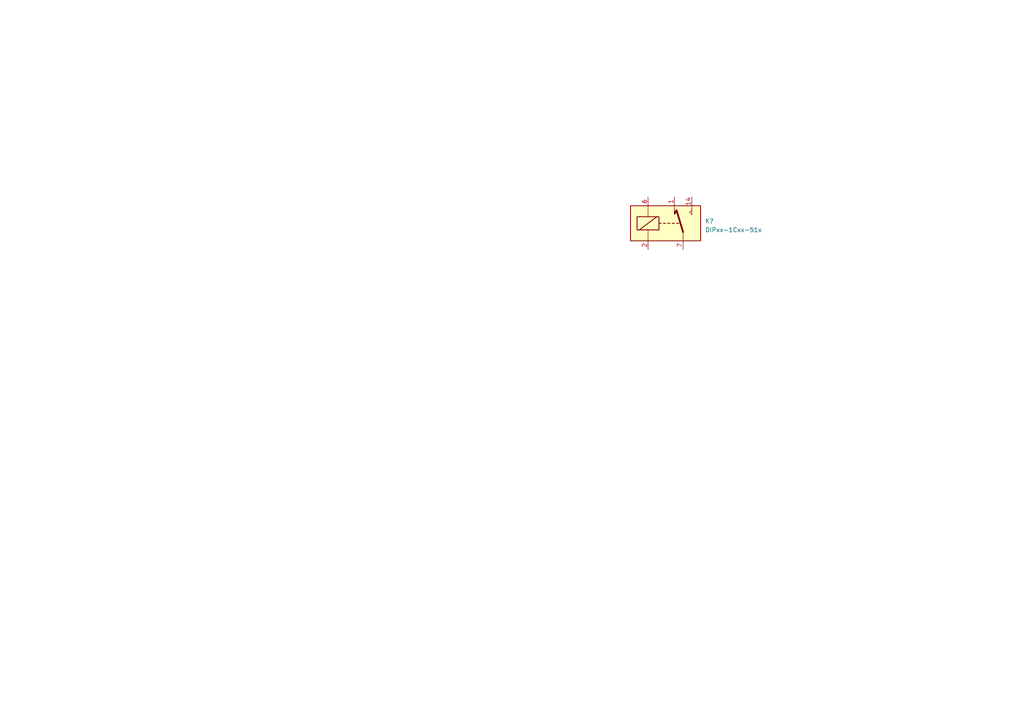
<source format=kicad_sch>
(kicad_sch (version 20230121) (generator eeschema)
  (paper "A4")
  (lib_symbols
    (symbol "Relay:DIPxx-1Cxx-51x"
      (property "Reference" "K" (at 11.43 3.81 0))
      (property "Value" "DIPxx-1Cxx-51x" (at 11.43 1.27 0))
      (symbol "DIPxx-1Cxx-51x_0_0"
        (polyline (pts (xy 2.54 5.08) (xy 2.54 2.54) (xy 3.175 3.175) (xy 2.54 3.81)) (fill (type outline)))
        (polyline (pts (xy 7.62 5.08) (xy 7.62 2.54) (xy 6.985 3.175) (xy 7.62 3.81)))
      )
      (symbol "DIPxx-1Cxx-51x_0_1"
        (rectangle (start -10.16 5.08) (end 10.16 -5.08) (stroke (width 0.254)) (fill (type background)))
        (rectangle (start -8.255 1.905) (end -1.905 -1.905) (stroke (width 0.254)))
        (polyline (pts (xy -7.62 -1.905) (xy -2.54 1.905)) (stroke (width 0.254)))
        (polyline (pts (xy -5.08 -5.08) (xy -5.08 -1.905)))
        (polyline (pts (xy -5.08 5.08) (xy -5.08 1.905)))
        (polyline (pts (xy -1.905 0) (xy -1.27 0)) (stroke (width 0.254)))
        (polyline (pts (xy -0.635 0) (xy 0 0)) (stroke (width 0.254)))
        (polyline (pts (xy 0.635 0) (xy 1.27 0)) (stroke (width 0.254)))
        (polyline (pts (xy 1.905 0) (xy 2.54 0)) (stroke (width 0.254)))
        (polyline (pts (xy 3.175 0) (xy 3.81 0)) (stroke (width 0.254)))
        (polyline (pts (xy 5.08 -2.54) (xy 3.175 3.81)) (stroke (width 0.508)))
        (polyline (pts (xy 5.08 -2.54) (xy 5.08 -5.08)))
      )
      (symbol "DIPxx-1Cxx-51x_1_1"
        (pin passive line (at 2.54 7.62 270) (length 2.54) (name "~") (number "1"))
        (pin passive line (at 7.62 7.62 270) (length 2.54) (name "~") (number "14"))
        (pin passive line (at -5.08 -7.62 90) (length 2.54) (name "~") (number "2"))
        (pin passive line (at -5.08 7.62 270) (length 2.54) (name "~") (number "6"))
        (pin passive line (at 5.08 -7.62 90) (length 2.54) (name "~") (number "7"))
        (pin passive line (at 5.08 -7.62 90) (length 2.54) hide (name "~") (number "8"))
      )
    )
  )
  (symbol (lib_id "Relay:DIPxx-1Cxx-51x") (at 193.04 64.77 0) (unit 1)
    (property "Reference" "K?" (at 204.47 64.135 0) (effects (justify left)))
    (property "Value" "DIPxx-1Cxx-51x" (at 204.47 66.675 0) (effects (justify left)))
    (property "Footprint" "Relay_THT:Relay_StandexMeder_DIP_LowProfile" (effects hide))
    (property "Datasheet" "https://standexelectronics.com/wp-content/uploads/datasheet_reed_relay_DIP.pdf" (effects hide))
  )
)
</source>
